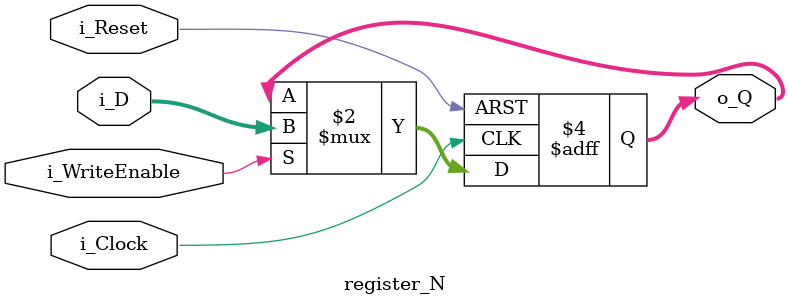
<source format=sv>

module register_N #(parameter int N = 32)
(
    input  logic             i_Clock,  
    input  logic             i_Reset,  
    input  logic             i_WriteEnable,
    input  logic [N-1:0]     i_D,
    output logic [N-1:0]     o_Q
);

    always_ff @(posedge i_Clock or posedge i_Reset) begin
        if (i_Reset) begin
            o_Q <= '0;
        end else if (i_WriteEnable) begin
            o_Q <= i_D;
        end
    end

endmodule
</source>
